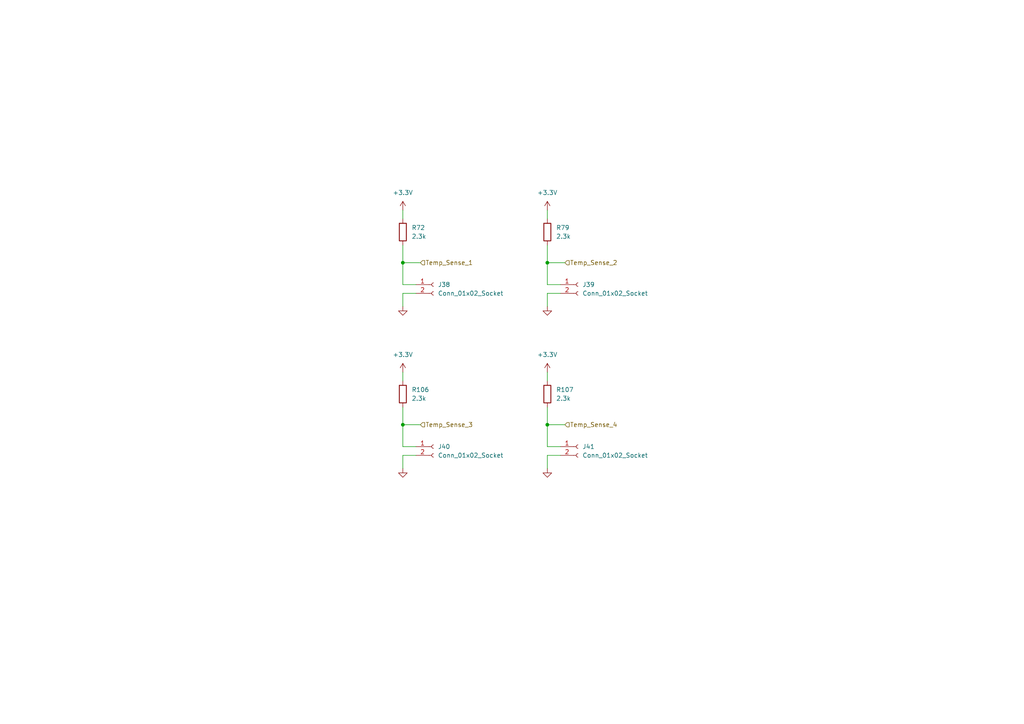
<source format=kicad_sch>
(kicad_sch
	(version 20250114)
	(generator "eeschema")
	(generator_version "9.0")
	(uuid "2ff98bfb-ac3a-43f9-892b-631da9acb750")
	(paper "A4")
	(lib_symbols
		(symbol "Connector:Conn_01x02_Socket"
			(pin_names
				(offset 1.016)
				(hide yes)
			)
			(exclude_from_sim no)
			(in_bom yes)
			(on_board yes)
			(property "Reference" "J"
				(at 0 2.54 0)
				(effects
					(font
						(size 1.27 1.27)
					)
				)
			)
			(property "Value" "Conn_01x02_Socket"
				(at 0 -5.08 0)
				(effects
					(font
						(size 1.27 1.27)
					)
				)
			)
			(property "Footprint" ""
				(at 0 0 0)
				(effects
					(font
						(size 1.27 1.27)
					)
					(hide yes)
				)
			)
			(property "Datasheet" "~"
				(at 0 0 0)
				(effects
					(font
						(size 1.27 1.27)
					)
					(hide yes)
				)
			)
			(property "Description" "Generic connector, single row, 01x02, script generated"
				(at 0 0 0)
				(effects
					(font
						(size 1.27 1.27)
					)
					(hide yes)
				)
			)
			(property "ki_locked" ""
				(at 0 0 0)
				(effects
					(font
						(size 1.27 1.27)
					)
				)
			)
			(property "ki_keywords" "connector"
				(at 0 0 0)
				(effects
					(font
						(size 1.27 1.27)
					)
					(hide yes)
				)
			)
			(property "ki_fp_filters" "Connector*:*_1x??_*"
				(at 0 0 0)
				(effects
					(font
						(size 1.27 1.27)
					)
					(hide yes)
				)
			)
			(symbol "Conn_01x02_Socket_1_1"
				(polyline
					(pts
						(xy -1.27 0) (xy -0.508 0)
					)
					(stroke
						(width 0.1524)
						(type default)
					)
					(fill
						(type none)
					)
				)
				(polyline
					(pts
						(xy -1.27 -2.54) (xy -0.508 -2.54)
					)
					(stroke
						(width 0.1524)
						(type default)
					)
					(fill
						(type none)
					)
				)
				(arc
					(start 0 -0.508)
					(mid -0.5058 0)
					(end 0 0.508)
					(stroke
						(width 0.1524)
						(type default)
					)
					(fill
						(type none)
					)
				)
				(arc
					(start 0 -3.048)
					(mid -0.5058 -2.54)
					(end 0 -2.032)
					(stroke
						(width 0.1524)
						(type default)
					)
					(fill
						(type none)
					)
				)
				(pin passive line
					(at -5.08 0 0)
					(length 3.81)
					(name "Pin_1"
						(effects
							(font
								(size 1.27 1.27)
							)
						)
					)
					(number "1"
						(effects
							(font
								(size 1.27 1.27)
							)
						)
					)
				)
				(pin passive line
					(at -5.08 -2.54 0)
					(length 3.81)
					(name "Pin_2"
						(effects
							(font
								(size 1.27 1.27)
							)
						)
					)
					(number "2"
						(effects
							(font
								(size 1.27 1.27)
							)
						)
					)
				)
			)
			(embedded_fonts no)
		)
		(symbol "Device:R"
			(pin_numbers
				(hide yes)
			)
			(pin_names
				(offset 0)
			)
			(exclude_from_sim no)
			(in_bom yes)
			(on_board yes)
			(property "Reference" "R"
				(at 2.032 0 90)
				(effects
					(font
						(size 1.27 1.27)
					)
				)
			)
			(property "Value" "R"
				(at 0 0 90)
				(effects
					(font
						(size 1.27 1.27)
					)
				)
			)
			(property "Footprint" ""
				(at -1.778 0 90)
				(effects
					(font
						(size 1.27 1.27)
					)
					(hide yes)
				)
			)
			(property "Datasheet" "~"
				(at 0 0 0)
				(effects
					(font
						(size 1.27 1.27)
					)
					(hide yes)
				)
			)
			(property "Description" "Resistor"
				(at 0 0 0)
				(effects
					(font
						(size 1.27 1.27)
					)
					(hide yes)
				)
			)
			(property "ki_keywords" "R res resistor"
				(at 0 0 0)
				(effects
					(font
						(size 1.27 1.27)
					)
					(hide yes)
				)
			)
			(property "ki_fp_filters" "R_*"
				(at 0 0 0)
				(effects
					(font
						(size 1.27 1.27)
					)
					(hide yes)
				)
			)
			(symbol "R_0_1"
				(rectangle
					(start -1.016 -2.54)
					(end 1.016 2.54)
					(stroke
						(width 0.254)
						(type default)
					)
					(fill
						(type none)
					)
				)
			)
			(symbol "R_1_1"
				(pin passive line
					(at 0 3.81 270)
					(length 1.27)
					(name "~"
						(effects
							(font
								(size 1.27 1.27)
							)
						)
					)
					(number "1"
						(effects
							(font
								(size 1.27 1.27)
							)
						)
					)
				)
				(pin passive line
					(at 0 -3.81 90)
					(length 1.27)
					(name "~"
						(effects
							(font
								(size 1.27 1.27)
							)
						)
					)
					(number "2"
						(effects
							(font
								(size 1.27 1.27)
							)
						)
					)
				)
			)
			(embedded_fonts no)
		)
		(symbol "power:+3.3V"
			(power)
			(pin_numbers
				(hide yes)
			)
			(pin_names
				(offset 0)
				(hide yes)
			)
			(exclude_from_sim no)
			(in_bom yes)
			(on_board yes)
			(property "Reference" "#PWR"
				(at 0 -3.81 0)
				(effects
					(font
						(size 1.27 1.27)
					)
					(hide yes)
				)
			)
			(property "Value" "+3.3V"
				(at 0 3.556 0)
				(effects
					(font
						(size 1.27 1.27)
					)
				)
			)
			(property "Footprint" ""
				(at 0 0 0)
				(effects
					(font
						(size 1.27 1.27)
					)
					(hide yes)
				)
			)
			(property "Datasheet" ""
				(at 0 0 0)
				(effects
					(font
						(size 1.27 1.27)
					)
					(hide yes)
				)
			)
			(property "Description" "Power symbol creates a global label with name \"+3.3V\""
				(at 0 0 0)
				(effects
					(font
						(size 1.27 1.27)
					)
					(hide yes)
				)
			)
			(property "ki_keywords" "global power"
				(at 0 0 0)
				(effects
					(font
						(size 1.27 1.27)
					)
					(hide yes)
				)
			)
			(symbol "+3.3V_0_1"
				(polyline
					(pts
						(xy -0.762 1.27) (xy 0 2.54)
					)
					(stroke
						(width 0)
						(type default)
					)
					(fill
						(type none)
					)
				)
				(polyline
					(pts
						(xy 0 2.54) (xy 0.762 1.27)
					)
					(stroke
						(width 0)
						(type default)
					)
					(fill
						(type none)
					)
				)
				(polyline
					(pts
						(xy 0 0) (xy 0 2.54)
					)
					(stroke
						(width 0)
						(type default)
					)
					(fill
						(type none)
					)
				)
			)
			(symbol "+3.3V_1_1"
				(pin power_in line
					(at 0 0 90)
					(length 0)
					(name "~"
						(effects
							(font
								(size 1.27 1.27)
							)
						)
					)
					(number "1"
						(effects
							(font
								(size 1.27 1.27)
							)
						)
					)
				)
			)
			(embedded_fonts no)
		)
		(symbol "power:GND"
			(power)
			(pin_numbers
				(hide yes)
			)
			(pin_names
				(offset 0)
				(hide yes)
			)
			(exclude_from_sim no)
			(in_bom yes)
			(on_board yes)
			(property "Reference" "#PWR"
				(at 0 -6.35 0)
				(effects
					(font
						(size 1.27 1.27)
					)
					(hide yes)
				)
			)
			(property "Value" "GND"
				(at 0 -3.81 0)
				(effects
					(font
						(size 1.27 1.27)
					)
				)
			)
			(property "Footprint" ""
				(at 0 0 0)
				(effects
					(font
						(size 1.27 1.27)
					)
					(hide yes)
				)
			)
			(property "Datasheet" ""
				(at 0 0 0)
				(effects
					(font
						(size 1.27 1.27)
					)
					(hide yes)
				)
			)
			(property "Description" "Power symbol creates a global label with name \"GND\" , ground"
				(at 0 0 0)
				(effects
					(font
						(size 1.27 1.27)
					)
					(hide yes)
				)
			)
			(property "ki_keywords" "global power"
				(at 0 0 0)
				(effects
					(font
						(size 1.27 1.27)
					)
					(hide yes)
				)
			)
			(symbol "GND_0_1"
				(polyline
					(pts
						(xy 0 0) (xy 0 -1.27) (xy 1.27 -1.27) (xy 0 -2.54) (xy -1.27 -1.27) (xy 0 -1.27)
					)
					(stroke
						(width 0)
						(type default)
					)
					(fill
						(type none)
					)
				)
			)
			(symbol "GND_1_1"
				(pin power_in line
					(at 0 0 270)
					(length 0)
					(name "~"
						(effects
							(font
								(size 1.27 1.27)
							)
						)
					)
					(number "1"
						(effects
							(font
								(size 1.27 1.27)
							)
						)
					)
				)
			)
			(embedded_fonts no)
		)
	)
	(junction
		(at 116.84 123.19)
		(diameter 0)
		(color 0 0 0 0)
		(uuid "01fb6b59-b0e0-4869-8560-24f16fb6356a")
	)
	(junction
		(at 116.84 76.2)
		(diameter 0)
		(color 0 0 0 0)
		(uuid "898336cb-e0ba-4b06-b016-f7d4eac83a4f")
	)
	(junction
		(at 158.75 76.2)
		(diameter 0)
		(color 0 0 0 0)
		(uuid "d5f93a4d-3157-4a7f-8e91-454fb85a7b16")
	)
	(junction
		(at 158.75 123.19)
		(diameter 0)
		(color 0 0 0 0)
		(uuid "f9242540-d342-48bc-8159-3cda9a9e5043")
	)
	(wire
		(pts
			(xy 120.65 85.09) (xy 116.84 85.09)
		)
		(stroke
			(width 0)
			(type default)
		)
		(uuid "10b83ebb-f595-48fa-8d39-c5446eb51220")
	)
	(wire
		(pts
			(xy 116.84 123.19) (xy 116.84 118.11)
		)
		(stroke
			(width 0)
			(type default)
		)
		(uuid "14be6203-d7e3-4d61-8a5f-4164654c6962")
	)
	(wire
		(pts
			(xy 158.75 132.08) (xy 158.75 135.89)
		)
		(stroke
			(width 0)
			(type default)
		)
		(uuid "1b97ed73-5e5d-4748-a3f0-ee30d817e6af")
	)
	(wire
		(pts
			(xy 116.84 76.2) (xy 121.92 76.2)
		)
		(stroke
			(width 0)
			(type default)
		)
		(uuid "2a676832-dd5c-48a5-b0fb-e225bcb5ec43")
	)
	(wire
		(pts
			(xy 158.75 60.96) (xy 158.75 63.5)
		)
		(stroke
			(width 0)
			(type default)
		)
		(uuid "40543fde-1ce2-4be2-9abf-a87e957ac33e")
	)
	(wire
		(pts
			(xy 158.75 123.19) (xy 163.83 123.19)
		)
		(stroke
			(width 0)
			(type default)
		)
		(uuid "4b9235c4-08d4-4045-90c0-b25c6d9e8b8c")
	)
	(wire
		(pts
			(xy 116.84 76.2) (xy 116.84 71.12)
		)
		(stroke
			(width 0)
			(type default)
		)
		(uuid "52e21ee9-969d-4b8f-9c1a-f01767021bc8")
	)
	(wire
		(pts
			(xy 116.84 82.55) (xy 116.84 76.2)
		)
		(stroke
			(width 0)
			(type default)
		)
		(uuid "5e762a75-0b3a-4e7d-8540-65bde87512fe")
	)
	(wire
		(pts
			(xy 158.75 76.2) (xy 163.83 76.2)
		)
		(stroke
			(width 0)
			(type default)
		)
		(uuid "5e9d96c7-4334-425e-9d12-b77a1e23a3a3")
	)
	(wire
		(pts
			(xy 158.75 107.95) (xy 158.75 110.49)
		)
		(stroke
			(width 0)
			(type default)
		)
		(uuid "658caa95-4ce1-4d82-8fbc-707e31007306")
	)
	(wire
		(pts
			(xy 116.84 107.95) (xy 116.84 110.49)
		)
		(stroke
			(width 0)
			(type default)
		)
		(uuid "675cf4ab-2c37-4fe1-b381-01a2e0a08b59")
	)
	(wire
		(pts
			(xy 162.56 132.08) (xy 158.75 132.08)
		)
		(stroke
			(width 0)
			(type default)
		)
		(uuid "68ddb00d-f65c-4ddc-ae97-78c55b5cf719")
	)
	(wire
		(pts
			(xy 120.65 132.08) (xy 116.84 132.08)
		)
		(stroke
			(width 0)
			(type default)
		)
		(uuid "73d02541-f56b-4d13-8471-99d71196bd3f")
	)
	(wire
		(pts
			(xy 162.56 82.55) (xy 158.75 82.55)
		)
		(stroke
			(width 0)
			(type default)
		)
		(uuid "7bfd0c0f-09b0-4ea3-9a7c-8dfe4c9bc289")
	)
	(wire
		(pts
			(xy 158.75 76.2) (xy 158.75 71.12)
		)
		(stroke
			(width 0)
			(type default)
		)
		(uuid "83fd5b84-a0d2-481b-bea1-85dbc4eb19c5")
	)
	(wire
		(pts
			(xy 116.84 85.09) (xy 116.84 88.9)
		)
		(stroke
			(width 0)
			(type default)
		)
		(uuid "90fac0e0-19af-498e-a0d7-b0b95d36106a")
	)
	(wire
		(pts
			(xy 158.75 82.55) (xy 158.75 76.2)
		)
		(stroke
			(width 0)
			(type default)
		)
		(uuid "96e47a51-3667-4901-87c5-b4093d6e0074")
	)
	(wire
		(pts
			(xy 162.56 85.09) (xy 158.75 85.09)
		)
		(stroke
			(width 0)
			(type default)
		)
		(uuid "9b94f2e6-ee38-4a0d-ae72-4b8983df09d6")
	)
	(wire
		(pts
			(xy 158.75 85.09) (xy 158.75 88.9)
		)
		(stroke
			(width 0)
			(type default)
		)
		(uuid "9ed10b28-fb70-42ba-826a-142617240e53")
	)
	(wire
		(pts
			(xy 120.65 82.55) (xy 116.84 82.55)
		)
		(stroke
			(width 0)
			(type default)
		)
		(uuid "c8668c16-e1f5-45ef-819b-86db49062e61")
	)
	(wire
		(pts
			(xy 116.84 132.08) (xy 116.84 135.89)
		)
		(stroke
			(width 0)
			(type default)
		)
		(uuid "c87d6574-bdbe-4a7a-8e6d-e17f95829afb")
	)
	(wire
		(pts
			(xy 116.84 123.19) (xy 121.92 123.19)
		)
		(stroke
			(width 0)
			(type default)
		)
		(uuid "cabce427-910d-407f-b502-dea65b761d91")
	)
	(wire
		(pts
			(xy 162.56 129.54) (xy 158.75 129.54)
		)
		(stroke
			(width 0)
			(type default)
		)
		(uuid "d63daabc-175a-45e4-92bb-db4de7dc5ed3")
	)
	(wire
		(pts
			(xy 116.84 129.54) (xy 116.84 123.19)
		)
		(stroke
			(width 0)
			(type default)
		)
		(uuid "dbfe790c-1282-41b6-9bd0-4b269c814df9")
	)
	(wire
		(pts
			(xy 158.75 123.19) (xy 158.75 118.11)
		)
		(stroke
			(width 0)
			(type default)
		)
		(uuid "dcfeadaa-1e69-4713-8f5f-5ba7441a5161")
	)
	(wire
		(pts
			(xy 116.84 60.96) (xy 116.84 63.5)
		)
		(stroke
			(width 0)
			(type default)
		)
		(uuid "e2488427-a5a7-4cf9-8d43-a13c1ebb021c")
	)
	(wire
		(pts
			(xy 158.75 129.54) (xy 158.75 123.19)
		)
		(stroke
			(width 0)
			(type default)
		)
		(uuid "efe44d57-29cd-4e65-ab8c-a1d9686dbb21")
	)
	(wire
		(pts
			(xy 120.65 129.54) (xy 116.84 129.54)
		)
		(stroke
			(width 0)
			(type default)
		)
		(uuid "fcc351ac-24b2-4cf6-b730-67be1b524eae")
	)
	(hierarchical_label "Temp_Sense_4"
		(shape input)
		(at 163.83 123.19 0)
		(effects
			(font
				(size 1.27 1.27)
			)
			(justify left)
		)
		(uuid "4377144e-3a55-4c30-95cf-5ef61b3fdfb1")
	)
	(hierarchical_label "Temp_Sense_2"
		(shape input)
		(at 163.83 76.2 0)
		(effects
			(font
				(size 1.27 1.27)
			)
			(justify left)
		)
		(uuid "4b437915-18e2-40a2-ace5-e52274e891e9")
	)
	(hierarchical_label "Temp_Sense_3"
		(shape input)
		(at 121.92 123.19 0)
		(effects
			(font
				(size 1.27 1.27)
			)
			(justify left)
		)
		(uuid "5fd690e6-6a12-4f7d-8fab-df9102533d19")
	)
	(hierarchical_label "Temp_Sense_1"
		(shape input)
		(at 121.92 76.2 0)
		(effects
			(font
				(size 1.27 1.27)
			)
			(justify left)
		)
		(uuid "682c6ad8-e7c5-4bfa-8618-8d63e1118682")
	)
	(symbol
		(lib_id "power:GND")
		(at 158.75 88.9 0)
		(unit 1)
		(exclude_from_sim no)
		(in_bom yes)
		(on_board yes)
		(dnp no)
		(fields_autoplaced yes)
		(uuid "0e86ae03-3987-49a0-aa6b-a0ec13cfee90")
		(property "Reference" "#PWR0220"
			(at 158.75 95.25 0)
			(effects
				(font
					(size 1.27 1.27)
				)
				(hide yes)
			)
		)
		(property "Value" "GND"
			(at 158.75 93.98 0)
			(effects
				(font
					(size 1.27 1.27)
				)
				(hide yes)
			)
		)
		(property "Footprint" ""
			(at 158.75 88.9 0)
			(effects
				(font
					(size 1.27 1.27)
				)
				(hide yes)
			)
		)
		(property "Datasheet" ""
			(at 158.75 88.9 0)
			(effects
				(font
					(size 1.27 1.27)
				)
				(hide yes)
			)
		)
		(property "Description" "Power symbol creates a global label with name \"GND\" , ground"
			(at 158.75 88.9 0)
			(effects
				(font
					(size 1.27 1.27)
				)
				(hide yes)
			)
		)
		(pin "1"
			(uuid "8883844c-b53e-44e9-8f61-884845369fbe")
		)
		(instances
			(project "Input_Eve_V1.0"
				(path "/519cd8d4-bb93-4bd2-8d6d-fc5bc7100516/3f752049-aa9d-4f04-a77d-caa31d6521a4"
					(reference "#PWR0220")
					(unit 1)
				)
			)
		)
	)
	(symbol
		(lib_id "Connector:Conn_01x02_Socket")
		(at 125.73 129.54 0)
		(unit 1)
		(exclude_from_sim no)
		(in_bom yes)
		(on_board yes)
		(dnp no)
		(fields_autoplaced yes)
		(uuid "11bb6793-170f-4835-9c88-d51624ada08f")
		(property "Reference" "J40"
			(at 127 129.5399 0)
			(effects
				(font
					(size 1.27 1.27)
				)
				(justify left)
			)
		)
		(property "Value" "Conn_01x02_Socket"
			(at 127 132.0799 0)
			(effects
				(font
					(size 1.27 1.27)
				)
				(justify left)
			)
		)
		(property "Footprint" "Connector_JST:JST_PH_B2B-PH-K_1x02_P2.00mm_Vertical"
			(at 125.73 129.54 0)
			(effects
				(font
					(size 1.27 1.27)
				)
				(hide yes)
			)
		)
		(property "Datasheet" "~"
			(at 125.73 129.54 0)
			(effects
				(font
					(size 1.27 1.27)
				)
				(hide yes)
			)
		)
		(property "Description" "Generic connector, single row, 01x02, script generated"
			(at 125.73 129.54 0)
			(effects
				(font
					(size 1.27 1.27)
				)
				(hide yes)
			)
		)
		(pin "1"
			(uuid "5bae90df-5a7c-4d1e-a865-1b7d47cad7ae")
		)
		(pin "2"
			(uuid "b62b6e35-ec57-43a8-bd82-61e360a62694")
		)
		(instances
			(project "Input_Eve_V1.0"
				(path "/519cd8d4-bb93-4bd2-8d6d-fc5bc7100516/3f752049-aa9d-4f04-a77d-caa31d6521a4"
					(reference "J40")
					(unit 1)
				)
			)
		)
	)
	(symbol
		(lib_id "power:+3.3V")
		(at 158.75 60.96 0)
		(unit 1)
		(exclude_from_sim no)
		(in_bom yes)
		(on_board yes)
		(dnp no)
		(fields_autoplaced yes)
		(uuid "1c290150-0f6b-4c78-b714-5e79ce1250e2")
		(property "Reference" "#PWR0219"
			(at 158.75 64.77 0)
			(effects
				(font
					(size 1.27 1.27)
				)
				(hide yes)
			)
		)
		(property "Value" "+3.3V"
			(at 158.75 55.88 0)
			(effects
				(font
					(size 1.27 1.27)
				)
			)
		)
		(property "Footprint" ""
			(at 158.75 60.96 0)
			(effects
				(font
					(size 1.27 1.27)
				)
				(hide yes)
			)
		)
		(property "Datasheet" ""
			(at 158.75 60.96 0)
			(effects
				(font
					(size 1.27 1.27)
				)
				(hide yes)
			)
		)
		(property "Description" "Power symbol creates a global label with name \"+3.3V\""
			(at 158.75 60.96 0)
			(effects
				(font
					(size 1.27 1.27)
				)
				(hide yes)
			)
		)
		(pin "1"
			(uuid "1cde2fc6-8e61-4792-89eb-15fd279e9fad")
		)
		(instances
			(project "Input_Eve_V1.0"
				(path "/519cd8d4-bb93-4bd2-8d6d-fc5bc7100516/3f752049-aa9d-4f04-a77d-caa31d6521a4"
					(reference "#PWR0219")
					(unit 1)
				)
			)
		)
	)
	(symbol
		(lib_id "Connector:Conn_01x02_Socket")
		(at 125.73 82.55 0)
		(unit 1)
		(exclude_from_sim no)
		(in_bom yes)
		(on_board yes)
		(dnp no)
		(fields_autoplaced yes)
		(uuid "225b7403-0e7c-4d23-aa68-2b540df31dad")
		(property "Reference" "J38"
			(at 127 82.5499 0)
			(effects
				(font
					(size 1.27 1.27)
				)
				(justify left)
			)
		)
		(property "Value" "Conn_01x02_Socket"
			(at 127 85.0899 0)
			(effects
				(font
					(size 1.27 1.27)
				)
				(justify left)
			)
		)
		(property "Footprint" "Connector_JST:JST_PH_B2B-PH-K_1x02_P2.00mm_Vertical"
			(at 125.73 82.55 0)
			(effects
				(font
					(size 1.27 1.27)
				)
				(hide yes)
			)
		)
		(property "Datasheet" "~"
			(at 125.73 82.55 0)
			(effects
				(font
					(size 1.27 1.27)
				)
				(hide yes)
			)
		)
		(property "Description" "Generic connector, single row, 01x02, script generated"
			(at 125.73 82.55 0)
			(effects
				(font
					(size 1.27 1.27)
				)
				(hide yes)
			)
		)
		(pin "1"
			(uuid "3eae932e-8b3f-47f0-9165-a715988397aa")
		)
		(pin "2"
			(uuid "6b42246d-4c7d-43c8-b2f6-e2a515935c62")
		)
		(instances
			(project ""
				(path "/519cd8d4-bb93-4bd2-8d6d-fc5bc7100516/3f752049-aa9d-4f04-a77d-caa31d6521a4"
					(reference "J38")
					(unit 1)
				)
			)
		)
	)
	(symbol
		(lib_id "Device:R")
		(at 158.75 114.3 0)
		(unit 1)
		(exclude_from_sim no)
		(in_bom yes)
		(on_board yes)
		(dnp no)
		(fields_autoplaced yes)
		(uuid "2ee191f1-2abe-4294-b093-e3066e072380")
		(property "Reference" "R107"
			(at 161.29 113.0299 0)
			(effects
				(font
					(size 1.27 1.27)
				)
				(justify left)
			)
		)
		(property "Value" "2.3k"
			(at 161.29 115.5699 0)
			(effects
				(font
					(size 1.27 1.27)
				)
				(justify left)
			)
		)
		(property "Footprint" "Resistor_SMD:R_0402_1005Metric"
			(at 156.972 114.3 90)
			(effects
				(font
					(size 1.27 1.27)
				)
				(hide yes)
			)
		)
		(property "Datasheet" "~"
			(at 158.75 114.3 0)
			(effects
				(font
					(size 1.27 1.27)
				)
				(hide yes)
			)
		)
		(property "Description" "Resistor"
			(at 158.75 114.3 0)
			(effects
				(font
					(size 1.27 1.27)
				)
				(hide yes)
			)
		)
		(pin "1"
			(uuid "edc63170-c1af-46f1-a80e-7425a4e129ff")
		)
		(pin "2"
			(uuid "cd13d928-bf41-4260-be1b-29fb6c1cd442")
		)
		(instances
			(project "Input_Eve_V1.0"
				(path "/519cd8d4-bb93-4bd2-8d6d-fc5bc7100516/3f752049-aa9d-4f04-a77d-caa31d6521a4"
					(reference "R107")
					(unit 1)
				)
			)
		)
	)
	(symbol
		(lib_id "Connector:Conn_01x02_Socket")
		(at 167.64 82.55 0)
		(unit 1)
		(exclude_from_sim no)
		(in_bom yes)
		(on_board yes)
		(dnp no)
		(fields_autoplaced yes)
		(uuid "60e5e734-f269-46f7-aa67-ed9966619b3f")
		(property "Reference" "J39"
			(at 168.91 82.5499 0)
			(effects
				(font
					(size 1.27 1.27)
				)
				(justify left)
			)
		)
		(property "Value" "Conn_01x02_Socket"
			(at 168.91 85.0899 0)
			(effects
				(font
					(size 1.27 1.27)
				)
				(justify left)
			)
		)
		(property "Footprint" "Connector_JST:JST_PH_B2B-PH-K_1x02_P2.00mm_Vertical"
			(at 167.64 82.55 0)
			(effects
				(font
					(size 1.27 1.27)
				)
				(hide yes)
			)
		)
		(property "Datasheet" "~"
			(at 167.64 82.55 0)
			(effects
				(font
					(size 1.27 1.27)
				)
				(hide yes)
			)
		)
		(property "Description" "Generic connector, single row, 01x02, script generated"
			(at 167.64 82.55 0)
			(effects
				(font
					(size 1.27 1.27)
				)
				(hide yes)
			)
		)
		(pin "1"
			(uuid "9571b369-4179-4837-8e5a-dfa6da2549f5")
		)
		(pin "2"
			(uuid "0d1e1ae3-dec7-4e74-acc3-0442e19c3443")
		)
		(instances
			(project "Input_Eve_V1.0"
				(path "/519cd8d4-bb93-4bd2-8d6d-fc5bc7100516/3f752049-aa9d-4f04-a77d-caa31d6521a4"
					(reference "J39")
					(unit 1)
				)
			)
		)
	)
	(symbol
		(lib_id "Connector:Conn_01x02_Socket")
		(at 167.64 129.54 0)
		(unit 1)
		(exclude_from_sim no)
		(in_bom yes)
		(on_board yes)
		(dnp no)
		(fields_autoplaced yes)
		(uuid "858fd46b-9dd5-4f64-85e9-7750483f835d")
		(property "Reference" "J41"
			(at 168.91 129.5399 0)
			(effects
				(font
					(size 1.27 1.27)
				)
				(justify left)
			)
		)
		(property "Value" "Conn_01x02_Socket"
			(at 168.91 132.0799 0)
			(effects
				(font
					(size 1.27 1.27)
				)
				(justify left)
			)
		)
		(property "Footprint" "Connector_JST:JST_PH_B2B-PH-K_1x02_P2.00mm_Vertical"
			(at 167.64 129.54 0)
			(effects
				(font
					(size 1.27 1.27)
				)
				(hide yes)
			)
		)
		(property "Datasheet" "~"
			(at 167.64 129.54 0)
			(effects
				(font
					(size 1.27 1.27)
				)
				(hide yes)
			)
		)
		(property "Description" "Generic connector, single row, 01x02, script generated"
			(at 167.64 129.54 0)
			(effects
				(font
					(size 1.27 1.27)
				)
				(hide yes)
			)
		)
		(pin "1"
			(uuid "aad7ab82-624a-4950-9797-228658497c48")
		)
		(pin "2"
			(uuid "d6859fb8-1936-40f0-94d2-d28d9a1cb272")
		)
		(instances
			(project "Input_Eve_V1.0"
				(path "/519cd8d4-bb93-4bd2-8d6d-fc5bc7100516/3f752049-aa9d-4f04-a77d-caa31d6521a4"
					(reference "J41")
					(unit 1)
				)
			)
		)
	)
	(symbol
		(lib_id "Device:R")
		(at 116.84 67.31 0)
		(unit 1)
		(exclude_from_sim no)
		(in_bom yes)
		(on_board yes)
		(dnp no)
		(fields_autoplaced yes)
		(uuid "93c5e1e9-b342-49f8-b4cd-89200aadf451")
		(property "Reference" "R72"
			(at 119.38 66.0399 0)
			(effects
				(font
					(size 1.27 1.27)
				)
				(justify left)
			)
		)
		(property "Value" "2.3k"
			(at 119.38 68.5799 0)
			(effects
				(font
					(size 1.27 1.27)
				)
				(justify left)
			)
		)
		(property "Footprint" "Resistor_SMD:R_0402_1005Metric"
			(at 115.062 67.31 90)
			(effects
				(font
					(size 1.27 1.27)
				)
				(hide yes)
			)
		)
		(property "Datasheet" "~"
			(at 116.84 67.31 0)
			(effects
				(font
					(size 1.27 1.27)
				)
				(hide yes)
			)
		)
		(property "Description" "Resistor"
			(at 116.84 67.31 0)
			(effects
				(font
					(size 1.27 1.27)
				)
				(hide yes)
			)
		)
		(pin "1"
			(uuid "0c683973-8017-49db-bf7c-5f643bcb3047")
		)
		(pin "2"
			(uuid "553ef81b-a574-4d3b-ad16-c9d8a3069a4b")
		)
		(instances
			(project ""
				(path "/519cd8d4-bb93-4bd2-8d6d-fc5bc7100516/3f752049-aa9d-4f04-a77d-caa31d6521a4"
					(reference "R72")
					(unit 1)
				)
			)
		)
	)
	(symbol
		(lib_id "Device:R")
		(at 116.84 114.3 0)
		(unit 1)
		(exclude_from_sim no)
		(in_bom yes)
		(on_board yes)
		(dnp no)
		(fields_autoplaced yes)
		(uuid "9af31715-6a99-4dba-8790-3b4a7419eac4")
		(property "Reference" "R106"
			(at 119.38 113.0299 0)
			(effects
				(font
					(size 1.27 1.27)
				)
				(justify left)
			)
		)
		(property "Value" "2.3k"
			(at 119.38 115.5699 0)
			(effects
				(font
					(size 1.27 1.27)
				)
				(justify left)
			)
		)
		(property "Footprint" "Resistor_SMD:R_0402_1005Metric"
			(at 115.062 114.3 90)
			(effects
				(font
					(size 1.27 1.27)
				)
				(hide yes)
			)
		)
		(property "Datasheet" "~"
			(at 116.84 114.3 0)
			(effects
				(font
					(size 1.27 1.27)
				)
				(hide yes)
			)
		)
		(property "Description" "Resistor"
			(at 116.84 114.3 0)
			(effects
				(font
					(size 1.27 1.27)
				)
				(hide yes)
			)
		)
		(pin "1"
			(uuid "b20554ba-6eae-4567-8df2-e1b2f146ab37")
		)
		(pin "2"
			(uuid "3590d88c-5ec0-4278-9dfd-f57a4a7ad980")
		)
		(instances
			(project "Input_Eve_V1.0"
				(path "/519cd8d4-bb93-4bd2-8d6d-fc5bc7100516/3f752049-aa9d-4f04-a77d-caa31d6521a4"
					(reference "R106")
					(unit 1)
				)
			)
		)
	)
	(symbol
		(lib_id "power:GND")
		(at 158.75 135.89 0)
		(unit 1)
		(exclude_from_sim no)
		(in_bom yes)
		(on_board yes)
		(dnp no)
		(fields_autoplaced yes)
		(uuid "a807f9c8-2f70-41d2-b764-fe3883943be4")
		(property "Reference" "#PWR0233"
			(at 158.75 142.24 0)
			(effects
				(font
					(size 1.27 1.27)
				)
				(hide yes)
			)
		)
		(property "Value" "GND"
			(at 158.75 140.97 0)
			(effects
				(font
					(size 1.27 1.27)
				)
				(hide yes)
			)
		)
		(property "Footprint" ""
			(at 158.75 135.89 0)
			(effects
				(font
					(size 1.27 1.27)
				)
				(hide yes)
			)
		)
		(property "Datasheet" ""
			(at 158.75 135.89 0)
			(effects
				(font
					(size 1.27 1.27)
				)
				(hide yes)
			)
		)
		(property "Description" "Power symbol creates a global label with name \"GND\" , ground"
			(at 158.75 135.89 0)
			(effects
				(font
					(size 1.27 1.27)
				)
				(hide yes)
			)
		)
		(pin "1"
			(uuid "65f6ca61-6005-4522-8335-c067c183c4e7")
		)
		(instances
			(project "Input_Eve_V1.0"
				(path "/519cd8d4-bb93-4bd2-8d6d-fc5bc7100516/3f752049-aa9d-4f04-a77d-caa31d6521a4"
					(reference "#PWR0233")
					(unit 1)
				)
			)
		)
	)
	(symbol
		(lib_id "power:+3.3V")
		(at 116.84 107.95 0)
		(unit 1)
		(exclude_from_sim no)
		(in_bom yes)
		(on_board yes)
		(dnp no)
		(fields_autoplaced yes)
		(uuid "b1f8c456-bd11-46cc-8a25-64a447e3738a")
		(property "Reference" "#PWR0223"
			(at 116.84 111.76 0)
			(effects
				(font
					(size 1.27 1.27)
				)
				(hide yes)
			)
		)
		(property "Value" "+3.3V"
			(at 116.84 102.87 0)
			(effects
				(font
					(size 1.27 1.27)
				)
			)
		)
		(property "Footprint" ""
			(at 116.84 107.95 0)
			(effects
				(font
					(size 1.27 1.27)
				)
				(hide yes)
			)
		)
		(property "Datasheet" ""
			(at 116.84 107.95 0)
			(effects
				(font
					(size 1.27 1.27)
				)
				(hide yes)
			)
		)
		(property "Description" "Power symbol creates a global label with name \"+3.3V\""
			(at 116.84 107.95 0)
			(effects
				(font
					(size 1.27 1.27)
				)
				(hide yes)
			)
		)
		(pin "1"
			(uuid "5e02fdb5-81cf-4f4d-bcbf-61996448b942")
		)
		(instances
			(project "Input_Eve_V1.0"
				(path "/519cd8d4-bb93-4bd2-8d6d-fc5bc7100516/3f752049-aa9d-4f04-a77d-caa31d6521a4"
					(reference "#PWR0223")
					(unit 1)
				)
			)
		)
	)
	(symbol
		(lib_id "power:GND")
		(at 116.84 135.89 0)
		(unit 1)
		(exclude_from_sim no)
		(in_bom yes)
		(on_board yes)
		(dnp no)
		(fields_autoplaced yes)
		(uuid "b360e0db-31ef-4545-b6c3-99ddbe31b191")
		(property "Reference" "#PWR0224"
			(at 116.84 142.24 0)
			(effects
				(font
					(size 1.27 1.27)
				)
				(hide yes)
			)
		)
		(property "Value" "GND"
			(at 116.84 140.97 0)
			(effects
				(font
					(size 1.27 1.27)
				)
				(hide yes)
			)
		)
		(property "Footprint" ""
			(at 116.84 135.89 0)
			(effects
				(font
					(size 1.27 1.27)
				)
				(hide yes)
			)
		)
		(property "Datasheet" ""
			(at 116.84 135.89 0)
			(effects
				(font
					(size 1.27 1.27)
				)
				(hide yes)
			)
		)
		(property "Description" "Power symbol creates a global label with name \"GND\" , ground"
			(at 116.84 135.89 0)
			(effects
				(font
					(size 1.27 1.27)
				)
				(hide yes)
			)
		)
		(pin "1"
			(uuid "2081329c-db19-44fe-8d0c-995f50e43e00")
		)
		(instances
			(project "Input_Eve_V1.0"
				(path "/519cd8d4-bb93-4bd2-8d6d-fc5bc7100516/3f752049-aa9d-4f04-a77d-caa31d6521a4"
					(reference "#PWR0224")
					(unit 1)
				)
			)
		)
	)
	(symbol
		(lib_id "Device:R")
		(at 158.75 67.31 0)
		(unit 1)
		(exclude_from_sim no)
		(in_bom yes)
		(on_board yes)
		(dnp no)
		(fields_autoplaced yes)
		(uuid "c7cc17d3-87ad-435b-9479-2f48e684954e")
		(property "Reference" "R79"
			(at 161.29 66.0399 0)
			(effects
				(font
					(size 1.27 1.27)
				)
				(justify left)
			)
		)
		(property "Value" "2.3k"
			(at 161.29 68.5799 0)
			(effects
				(font
					(size 1.27 1.27)
				)
				(justify left)
			)
		)
		(property "Footprint" "Resistor_SMD:R_0402_1005Metric"
			(at 156.972 67.31 90)
			(effects
				(font
					(size 1.27 1.27)
				)
				(hide yes)
			)
		)
		(property "Datasheet" "~"
			(at 158.75 67.31 0)
			(effects
				(font
					(size 1.27 1.27)
				)
				(hide yes)
			)
		)
		(property "Description" "Resistor"
			(at 158.75 67.31 0)
			(effects
				(font
					(size 1.27 1.27)
				)
				(hide yes)
			)
		)
		(pin "1"
			(uuid "2459cad0-a4a9-432d-92c3-5aa5d8bcfbbe")
		)
		(pin "2"
			(uuid "f7b292cb-a6b6-47b3-84a4-612e9632ade0")
		)
		(instances
			(project "Input_Eve_V1.0"
				(path "/519cd8d4-bb93-4bd2-8d6d-fc5bc7100516/3f752049-aa9d-4f04-a77d-caa31d6521a4"
					(reference "R79")
					(unit 1)
				)
			)
		)
	)
	(symbol
		(lib_id "power:+3.3V")
		(at 116.84 60.96 0)
		(unit 1)
		(exclude_from_sim no)
		(in_bom yes)
		(on_board yes)
		(dnp no)
		(fields_autoplaced yes)
		(uuid "ddd16906-7ae7-4605-a014-d07311de1ec9")
		(property "Reference" "#PWR0214"
			(at 116.84 64.77 0)
			(effects
				(font
					(size 1.27 1.27)
				)
				(hide yes)
			)
		)
		(property "Value" "+3.3V"
			(at 116.84 55.88 0)
			(effects
				(font
					(size 1.27 1.27)
				)
			)
		)
		(property "Footprint" ""
			(at 116.84 60.96 0)
			(effects
				(font
					(size 1.27 1.27)
				)
				(hide yes)
			)
		)
		(property "Datasheet" ""
			(at 116.84 60.96 0)
			(effects
				(font
					(size 1.27 1.27)
				)
				(hide yes)
			)
		)
		(property "Description" "Power symbol creates a global label with name \"+3.3V\""
			(at 116.84 60.96 0)
			(effects
				(font
					(size 1.27 1.27)
				)
				(hide yes)
			)
		)
		(pin "1"
			(uuid "755978c8-6fab-4ee6-8a70-9192e2cf6c86")
		)
		(instances
			(project ""
				(path "/519cd8d4-bb93-4bd2-8d6d-fc5bc7100516/3f752049-aa9d-4f04-a77d-caa31d6521a4"
					(reference "#PWR0214")
					(unit 1)
				)
			)
		)
	)
	(symbol
		(lib_id "power:+3.3V")
		(at 158.75 107.95 0)
		(unit 1)
		(exclude_from_sim no)
		(in_bom yes)
		(on_board yes)
		(dnp no)
		(fields_autoplaced yes)
		(uuid "e90705a3-31a4-4746-84da-5354d3ccef7b")
		(property "Reference" "#PWR0225"
			(at 158.75 111.76 0)
			(effects
				(font
					(size 1.27 1.27)
				)
				(hide yes)
			)
		)
		(property "Value" "+3.3V"
			(at 158.75 102.87 0)
			(effects
				(font
					(size 1.27 1.27)
				)
			)
		)
		(property "Footprint" ""
			(at 158.75 107.95 0)
			(effects
				(font
					(size 1.27 1.27)
				)
				(hide yes)
			)
		)
		(property "Datasheet" ""
			(at 158.75 107.95 0)
			(effects
				(font
					(size 1.27 1.27)
				)
				(hide yes)
			)
		)
		(property "Description" "Power symbol creates a global label with name \"+3.3V\""
			(at 158.75 107.95 0)
			(effects
				(font
					(size 1.27 1.27)
				)
				(hide yes)
			)
		)
		(pin "1"
			(uuid "593deef9-0357-40a8-a253-437bc049ea12")
		)
		(instances
			(project "Input_Eve_V1.0"
				(path "/519cd8d4-bb93-4bd2-8d6d-fc5bc7100516/3f752049-aa9d-4f04-a77d-caa31d6521a4"
					(reference "#PWR0225")
					(unit 1)
				)
			)
		)
	)
	(symbol
		(lib_id "power:GND")
		(at 116.84 88.9 0)
		(unit 1)
		(exclude_from_sim no)
		(in_bom yes)
		(on_board yes)
		(dnp no)
		(fields_autoplaced yes)
		(uuid "f85b20e9-7e62-43cf-9a27-eaa57371b3c5")
		(property "Reference" "#PWR0215"
			(at 116.84 95.25 0)
			(effects
				(font
					(size 1.27 1.27)
				)
				(hide yes)
			)
		)
		(property "Value" "GND"
			(at 116.84 93.98 0)
			(effects
				(font
					(size 1.27 1.27)
				)
				(hide yes)
			)
		)
		(property "Footprint" ""
			(at 116.84 88.9 0)
			(effects
				(font
					(size 1.27 1.27)
				)
				(hide yes)
			)
		)
		(property "Datasheet" ""
			(at 116.84 88.9 0)
			(effects
				(font
					(size 1.27 1.27)
				)
				(hide yes)
			)
		)
		(property "Description" "Power symbol creates a global label with name \"GND\" , ground"
			(at 116.84 88.9 0)
			(effects
				(font
					(size 1.27 1.27)
				)
				(hide yes)
			)
		)
		(pin "1"
			(uuid "e4669fd0-8e6a-4caf-9eb5-840e23a026a3")
		)
		(instances
			(project ""
				(path "/519cd8d4-bb93-4bd2-8d6d-fc5bc7100516/3f752049-aa9d-4f04-a77d-caa31d6521a4"
					(reference "#PWR0215")
					(unit 1)
				)
			)
		)
	)
)

</source>
